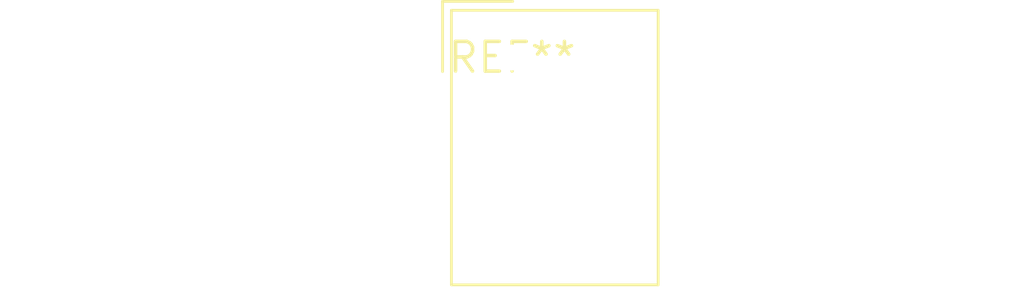
<source format=kicad_pcb>
(kicad_pcb (version 20240108) (generator pcbnew)
  (layers (0 "F.Cu" signal) (31 "B.Cu" signal) (34 "B.Paste" user) (35 "F.Paste" user) (36 "B.SilkS" user "B.Silkscreen") (37 "F.SilkS" user "F.Silkscreen") (38 "B.Mask" user) (39 "F.Mask" user) (44 "Edge.Cuts" user))
  (net 0 "")
  (footprint "Converter_DCDC_TRACO_TMU3-05xx_12xx_THT" (layer "F.Cu") (at 0 0)
    (property "Reference" "REF**")
    (property "Value" "Converter_DCDC_TRACO_TMU3-05xx_12xx_THT")
    (fp_line (start -2.975 -2.4) (end 0.025 -2.4) (layer "F.SilkS") (stroke (width 0.12)))
    (fp_line (start -2.975 0.6) (end -2.975 -2.4) (layer "F.SilkS") (stroke (width 0.12)))
    (fp_line (start -2.595 -2.02) (end -2.595 9.72) (layer "F.SilkS") (stroke (width 0.12)))
    (fp_line (start -2.595 -2.02) (end 6.245 -2.02) (layer "F.SilkS") (stroke (width 0.12)))
    (fp_line (start -2.595 9.72) (end 6.245 9.72) (layer "F.SilkS") (stroke (width 0.12)))
    (fp_line (start 6.245 -2.02) (end 6.245 9.72) (layer "F.SilkS") (stroke (width 0.12)))
    (pad "1" thru_hole rect (at 0 0) (size 1.6 1.6) (drill 1.1) (layers *.Cu *.Mask) (remove_unused_layers))
    (pad "2" thru_hole circle (at 0 2.54) (size 1.6 1.6) (drill 1.1) (layers *.Cu *.Mask) (remove_unused_layers))
    (pad "3" thru_hole circle (at 0 5.08) (size 1.6 1.6) (drill 1.1) (layers *.Cu *.Mask) (remove_unused_layers))
    (pad "4" thru_hole circle (at 0 7.62) (size 1.6 1.6) (drill 1.1) (layers *.Cu *.Mask) (remove_unused_layers))
  )
)
</source>
